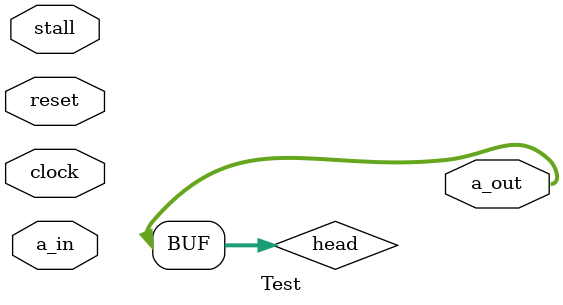
<source format=sv>
module Top;
    reg clock = 1'b0;
    reg reset = 1'b1;

    /* Toggle clock every 10 steps */
    always clock <= #10 ~clock;

    /* DUT */
    localparam A_BITS      = 32;
    localparam FIFO_LENGTH = 8;
    reg stall = 1'b1;
    reg  [A_BITS-1:0] a_in = {A_BITS{1'b0}};
    wire [A_BITS-1:0] a_out;
    //# AccumulateQueue #(
    //#     .A_BITS(A_BITS),
    //#     .FIFO_LENGTH(FIFO_LENGTH)
    //# ) dut (
    //#     .clock(clock),
    //#     .reset(reset),

    //#     .stall(stall),
    //#     .a_in(a_in),
    //#     .a_out(a_out)
    //# );
    Test #(
         .A_BITS(A_BITS),
         .FIFO_LENGTH(FIFO_LENGTH)
    ) dut (
        .clock(clock),
        .reset(reset),
        .stall(stall),
        .a_in(a_in),
        .a_out(a_out)
    );

    /* Actual test program */
    integer i;
    initial begin
        $vcdpluson;
        $display("Simulation begining");

        /* Release reset after 10 cycles */
        #100 reset <= 1'b0;
        $display("Reset released");

        stall <= 0;

        for (i = 0; i < FIFO_LENGTH; i = i + 1) begin
            $display("Sending %d", i);
            a_in  <= i;
            #10;
        end

        for (i = 0; i < FIFO_LENGTH; i = i + 1) begin
            $display("Got %d", a_out);
            #10;
        end

        $finish;
    end
endmodule

module Test #(
    parameter A_BITS = 32,
    parameter FIFO_LENGTH = 8,

    /* Number of bits needed to index into the queue */
    parameter INDEX_BITS = $clog2(FIFO_LENGTH)
) (
    input clock,
    input reset,

    input stall,

    input [A_BITS-1:0] a_in,
    output [A_BITS-1:0] a_out
);

    reg [A_BITS-1:0] fifo_e [0:(FIFO_LENGTH/2)-1];
    reg [A_BITS-1:0] fifo_o [0:(FIFO_LENGTH/2)-1];
    reg [A_BITS-1:0] head;
    reg [INDEX_BITS-1:0] index;

    /* Set the fifo to zero on reset */
    //integer i;
    //always @(posedge clock) begin
    //    if (reset) begin
    //        for (i = 0; i < 1; i = i + 1) begin
    //            fifo_e[i] <= {A_BITS{1'b0}};
    //            fifo_o[i] <= {A_BITS{1'b0}};
    //        end

    //        head  <= {A_BITS{1'b0}};
    //        index <= {INDEX_BITS{1'b0}};
    //    end
    //end

    /* Output is just the head of the queue */
    assign a_out = head;
endmodule

</source>
